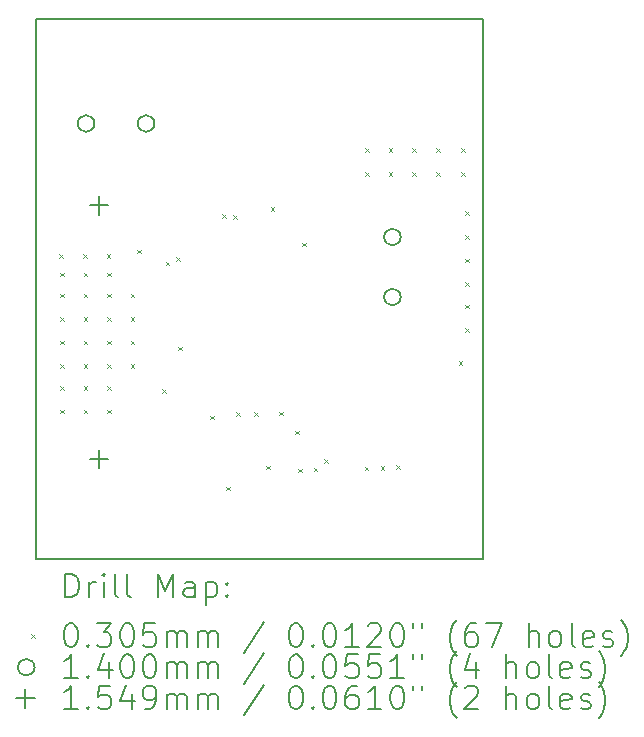
<source format=gbr>
%TF.GenerationSoftware,KiCad,Pcbnew,7.0.10*%
%TF.CreationDate,2024-11-08T09:51:40-05:00*%
%TF.ProjectId,Novel Mechanism 2 Board,4e6f7665-6c20-44d6-9563-68616e69736d,rev?*%
%TF.SameCoordinates,Original*%
%TF.FileFunction,Drillmap*%
%TF.FilePolarity,Positive*%
%FSLAX45Y45*%
G04 Gerber Fmt 4.5, Leading zero omitted, Abs format (unit mm)*
G04 Created by KiCad (PCBNEW 7.0.10) date 2024-11-08 09:51:40*
%MOMM*%
%LPD*%
G01*
G04 APERTURE LIST*
%ADD10C,0.200000*%
%ADD11C,0.100000*%
%ADD12C,0.140000*%
%ADD13C,0.154940*%
G04 APERTURE END LIST*
D10*
X11895000Y-4490000D02*
X15685000Y-4490000D01*
X15685000Y-9065000D01*
X11895000Y-9065000D01*
X11895000Y-4490000D01*
D11*
X12094760Y-6479760D02*
X12125240Y-6510240D01*
X12125240Y-6479760D02*
X12094760Y-6510240D01*
X12099760Y-6639760D02*
X12130240Y-6670240D01*
X12130240Y-6639760D02*
X12099760Y-6670240D01*
X12099760Y-6814760D02*
X12130240Y-6845240D01*
X12130240Y-6814760D02*
X12099760Y-6845240D01*
X12099760Y-7014760D02*
X12130240Y-7045240D01*
X12130240Y-7014760D02*
X12099760Y-7045240D01*
X12099760Y-7214760D02*
X12130240Y-7245240D01*
X12130240Y-7214760D02*
X12099760Y-7245240D01*
X12099760Y-7414760D02*
X12130240Y-7445240D01*
X12130240Y-7414760D02*
X12099760Y-7445240D01*
X12099760Y-7599760D02*
X12130240Y-7630240D01*
X12130240Y-7599760D02*
X12099760Y-7630240D01*
X12099760Y-7799760D02*
X12130240Y-7830240D01*
X12130240Y-7799760D02*
X12099760Y-7830240D01*
X12294760Y-6479760D02*
X12325240Y-6510240D01*
X12325240Y-6479760D02*
X12294760Y-6510240D01*
X12299760Y-6639760D02*
X12330240Y-6670240D01*
X12330240Y-6639760D02*
X12299760Y-6670240D01*
X12299760Y-6814760D02*
X12330240Y-6845240D01*
X12330240Y-6814760D02*
X12299760Y-6845240D01*
X12299760Y-7014760D02*
X12330240Y-7045240D01*
X12330240Y-7014760D02*
X12299760Y-7045240D01*
X12299760Y-7214760D02*
X12330240Y-7245240D01*
X12330240Y-7214760D02*
X12299760Y-7245240D01*
X12299760Y-7414760D02*
X12330240Y-7445240D01*
X12330240Y-7414760D02*
X12299760Y-7445240D01*
X12299760Y-7599760D02*
X12330240Y-7630240D01*
X12330240Y-7599760D02*
X12299760Y-7630240D01*
X12299760Y-7799760D02*
X12330240Y-7830240D01*
X12330240Y-7799760D02*
X12299760Y-7830240D01*
X12494760Y-6479760D02*
X12525240Y-6510240D01*
X12525240Y-6479760D02*
X12494760Y-6510240D01*
X12499760Y-6639760D02*
X12530240Y-6670240D01*
X12530240Y-6639760D02*
X12499760Y-6670240D01*
X12499760Y-6814760D02*
X12530240Y-6845240D01*
X12530240Y-6814760D02*
X12499760Y-6845240D01*
X12499760Y-7014760D02*
X12530240Y-7045240D01*
X12530240Y-7014760D02*
X12499760Y-7045240D01*
X12499760Y-7214760D02*
X12530240Y-7245240D01*
X12530240Y-7214760D02*
X12499760Y-7245240D01*
X12499760Y-7414760D02*
X12530240Y-7445240D01*
X12530240Y-7414760D02*
X12499760Y-7445240D01*
X12499760Y-7599760D02*
X12530240Y-7630240D01*
X12530240Y-7599760D02*
X12499760Y-7630240D01*
X12499760Y-7799760D02*
X12530240Y-7830240D01*
X12530240Y-7799760D02*
X12499760Y-7830240D01*
X12699760Y-6814760D02*
X12730240Y-6845240D01*
X12730240Y-6814760D02*
X12699760Y-6845240D01*
X12699760Y-7014760D02*
X12730240Y-7045240D01*
X12730240Y-7014760D02*
X12699760Y-7045240D01*
X12699760Y-7214760D02*
X12730240Y-7245240D01*
X12730240Y-7214760D02*
X12699760Y-7245240D01*
X12699760Y-7414760D02*
X12730240Y-7445240D01*
X12730240Y-7414760D02*
X12699760Y-7445240D01*
X12754760Y-6444760D02*
X12785240Y-6475240D01*
X12785240Y-6444760D02*
X12754760Y-6475240D01*
X12964760Y-7624760D02*
X12995240Y-7655240D01*
X12995240Y-7624760D02*
X12964760Y-7655240D01*
X12994760Y-6544760D02*
X13025240Y-6575240D01*
X13025240Y-6544760D02*
X12994760Y-6575240D01*
X13084760Y-6504760D02*
X13115240Y-6535240D01*
X13115240Y-6504760D02*
X13084760Y-6535240D01*
X13099760Y-7264760D02*
X13130240Y-7295240D01*
X13130240Y-7264760D02*
X13099760Y-7295240D01*
X13369760Y-7849760D02*
X13400240Y-7880240D01*
X13400240Y-7849760D02*
X13369760Y-7880240D01*
X13474760Y-6144760D02*
X13505240Y-6175240D01*
X13505240Y-6144760D02*
X13474760Y-6175240D01*
X13507010Y-8449760D02*
X13537490Y-8480240D01*
X13537490Y-8449760D02*
X13507010Y-8480240D01*
X13564760Y-6149760D02*
X13595240Y-6180240D01*
X13595240Y-6149760D02*
X13564760Y-6180240D01*
X13593731Y-7820789D02*
X13624211Y-7851269D01*
X13624211Y-7820789D02*
X13593731Y-7851269D01*
X13744760Y-7819760D02*
X13775240Y-7850240D01*
X13775240Y-7819760D02*
X13744760Y-7850240D01*
X13844760Y-8273345D02*
X13875240Y-8303825D01*
X13875240Y-8273345D02*
X13844760Y-8303825D01*
X13884760Y-6084760D02*
X13915240Y-6115240D01*
X13915240Y-6084760D02*
X13884760Y-6115240D01*
X13954760Y-7813880D02*
X13985240Y-7844360D01*
X13985240Y-7813880D02*
X13954760Y-7844360D01*
X14093880Y-7974760D02*
X14124360Y-8005240D01*
X14124360Y-7974760D02*
X14093880Y-8005240D01*
X14116231Y-8296231D02*
X14146711Y-8326711D01*
X14146711Y-8296231D02*
X14116231Y-8326711D01*
X14149760Y-6384760D02*
X14180240Y-6415240D01*
X14180240Y-6384760D02*
X14149760Y-6415240D01*
X14249760Y-8289760D02*
X14280240Y-8320240D01*
X14280240Y-8289760D02*
X14249760Y-8320240D01*
X14339760Y-8214760D02*
X14370240Y-8245240D01*
X14370240Y-8214760D02*
X14339760Y-8245240D01*
X14679760Y-8279760D02*
X14710240Y-8310240D01*
X14710240Y-8279760D02*
X14679760Y-8310240D01*
X14684760Y-5584760D02*
X14715240Y-5615240D01*
X14715240Y-5584760D02*
X14684760Y-5615240D01*
X14684760Y-5784760D02*
X14715240Y-5815240D01*
X14715240Y-5784760D02*
X14684760Y-5815240D01*
X14814760Y-8274760D02*
X14845240Y-8305240D01*
X14845240Y-8274760D02*
X14814760Y-8305240D01*
X14884760Y-5584760D02*
X14915240Y-5615240D01*
X14915240Y-5584760D02*
X14884760Y-5615240D01*
X14884760Y-5784760D02*
X14915240Y-5815240D01*
X14915240Y-5784760D02*
X14884760Y-5815240D01*
X14944760Y-8269760D02*
X14975240Y-8300240D01*
X14975240Y-8269760D02*
X14944760Y-8300240D01*
X15084760Y-5584760D02*
X15115240Y-5615240D01*
X15115240Y-5584760D02*
X15084760Y-5615240D01*
X15084760Y-5784760D02*
X15115240Y-5815240D01*
X15115240Y-5784760D02*
X15084760Y-5815240D01*
X15284760Y-5584760D02*
X15315240Y-5615240D01*
X15315240Y-5584760D02*
X15284760Y-5615240D01*
X15284760Y-5784760D02*
X15315240Y-5815240D01*
X15315240Y-5784760D02*
X15284760Y-5815240D01*
X15474760Y-7389760D02*
X15505240Y-7420240D01*
X15505240Y-7389760D02*
X15474760Y-7420240D01*
X15494760Y-5584760D02*
X15525240Y-5615240D01*
X15525240Y-5584760D02*
X15494760Y-5615240D01*
X15494760Y-5784760D02*
X15525240Y-5815240D01*
X15525240Y-5784760D02*
X15494760Y-5815240D01*
X15529760Y-6119760D02*
X15560240Y-6150240D01*
X15560240Y-6119760D02*
X15529760Y-6150240D01*
X15529760Y-6319760D02*
X15560240Y-6350240D01*
X15560240Y-6319760D02*
X15529760Y-6350240D01*
X15529760Y-6519760D02*
X15560240Y-6550240D01*
X15560240Y-6519760D02*
X15529760Y-6550240D01*
X15529760Y-6719760D02*
X15560240Y-6750240D01*
X15560240Y-6719760D02*
X15529760Y-6750240D01*
X15529760Y-6909760D02*
X15560240Y-6940240D01*
X15560240Y-6909760D02*
X15529760Y-6940240D01*
X15529760Y-7109760D02*
X15560240Y-7140240D01*
X15560240Y-7109760D02*
X15529760Y-7140240D01*
D12*
X12391250Y-5375250D02*
G75*
G03*
X12251250Y-5375250I-70000J0D01*
G01*
X12251250Y-5375250D02*
G75*
G03*
X12391250Y-5375250I70000J0D01*
G01*
X12899250Y-5375250D02*
G75*
G03*
X12759250Y-5375250I-70000J0D01*
G01*
X12759250Y-5375250D02*
G75*
G03*
X12899250Y-5375250I70000J0D01*
G01*
X14984750Y-6336000D02*
G75*
G03*
X14844750Y-6336000I-70000J0D01*
G01*
X14844750Y-6336000D02*
G75*
G03*
X14984750Y-6336000I70000J0D01*
G01*
X14984750Y-6844000D02*
G75*
G03*
X14844750Y-6844000I-70000J0D01*
G01*
X14844750Y-6844000D02*
G75*
G03*
X14984750Y-6844000I70000J0D01*
G01*
D13*
X12430000Y-5990745D02*
X12430000Y-6145685D01*
X12352530Y-6068215D02*
X12507470Y-6068215D01*
X12430000Y-8139585D02*
X12430000Y-8294525D01*
X12352530Y-8217055D02*
X12507470Y-8217055D01*
D10*
X12145777Y-9386484D02*
X12145777Y-9186484D01*
X12145777Y-9186484D02*
X12193396Y-9186484D01*
X12193396Y-9186484D02*
X12221967Y-9196008D01*
X12221967Y-9196008D02*
X12241015Y-9215055D01*
X12241015Y-9215055D02*
X12250539Y-9234103D01*
X12250539Y-9234103D02*
X12260062Y-9272198D01*
X12260062Y-9272198D02*
X12260062Y-9300770D01*
X12260062Y-9300770D02*
X12250539Y-9338865D01*
X12250539Y-9338865D02*
X12241015Y-9357912D01*
X12241015Y-9357912D02*
X12221967Y-9376960D01*
X12221967Y-9376960D02*
X12193396Y-9386484D01*
X12193396Y-9386484D02*
X12145777Y-9386484D01*
X12345777Y-9386484D02*
X12345777Y-9253150D01*
X12345777Y-9291246D02*
X12355301Y-9272198D01*
X12355301Y-9272198D02*
X12364824Y-9262674D01*
X12364824Y-9262674D02*
X12383872Y-9253150D01*
X12383872Y-9253150D02*
X12402920Y-9253150D01*
X12469586Y-9386484D02*
X12469586Y-9253150D01*
X12469586Y-9186484D02*
X12460062Y-9196008D01*
X12460062Y-9196008D02*
X12469586Y-9205531D01*
X12469586Y-9205531D02*
X12479110Y-9196008D01*
X12479110Y-9196008D02*
X12469586Y-9186484D01*
X12469586Y-9186484D02*
X12469586Y-9205531D01*
X12593396Y-9386484D02*
X12574348Y-9376960D01*
X12574348Y-9376960D02*
X12564824Y-9357912D01*
X12564824Y-9357912D02*
X12564824Y-9186484D01*
X12698158Y-9386484D02*
X12679110Y-9376960D01*
X12679110Y-9376960D02*
X12669586Y-9357912D01*
X12669586Y-9357912D02*
X12669586Y-9186484D01*
X12926729Y-9386484D02*
X12926729Y-9186484D01*
X12926729Y-9186484D02*
X12993396Y-9329341D01*
X12993396Y-9329341D02*
X13060062Y-9186484D01*
X13060062Y-9186484D02*
X13060062Y-9386484D01*
X13241015Y-9386484D02*
X13241015Y-9281722D01*
X13241015Y-9281722D02*
X13231491Y-9262674D01*
X13231491Y-9262674D02*
X13212443Y-9253150D01*
X13212443Y-9253150D02*
X13174348Y-9253150D01*
X13174348Y-9253150D02*
X13155301Y-9262674D01*
X13241015Y-9376960D02*
X13221967Y-9386484D01*
X13221967Y-9386484D02*
X13174348Y-9386484D01*
X13174348Y-9386484D02*
X13155301Y-9376960D01*
X13155301Y-9376960D02*
X13145777Y-9357912D01*
X13145777Y-9357912D02*
X13145777Y-9338865D01*
X13145777Y-9338865D02*
X13155301Y-9319817D01*
X13155301Y-9319817D02*
X13174348Y-9310293D01*
X13174348Y-9310293D02*
X13221967Y-9310293D01*
X13221967Y-9310293D02*
X13241015Y-9300770D01*
X13336253Y-9253150D02*
X13336253Y-9453150D01*
X13336253Y-9262674D02*
X13355301Y-9253150D01*
X13355301Y-9253150D02*
X13393396Y-9253150D01*
X13393396Y-9253150D02*
X13412443Y-9262674D01*
X13412443Y-9262674D02*
X13421967Y-9272198D01*
X13421967Y-9272198D02*
X13431491Y-9291246D01*
X13431491Y-9291246D02*
X13431491Y-9348389D01*
X13431491Y-9348389D02*
X13421967Y-9367436D01*
X13421967Y-9367436D02*
X13412443Y-9376960D01*
X13412443Y-9376960D02*
X13393396Y-9386484D01*
X13393396Y-9386484D02*
X13355301Y-9386484D01*
X13355301Y-9386484D02*
X13336253Y-9376960D01*
X13517205Y-9367436D02*
X13526729Y-9376960D01*
X13526729Y-9376960D02*
X13517205Y-9386484D01*
X13517205Y-9386484D02*
X13507682Y-9376960D01*
X13507682Y-9376960D02*
X13517205Y-9367436D01*
X13517205Y-9367436D02*
X13517205Y-9386484D01*
X13517205Y-9262674D02*
X13526729Y-9272198D01*
X13526729Y-9272198D02*
X13517205Y-9281722D01*
X13517205Y-9281722D02*
X13507682Y-9272198D01*
X13507682Y-9272198D02*
X13517205Y-9262674D01*
X13517205Y-9262674D02*
X13517205Y-9281722D01*
D11*
X11854520Y-9699760D02*
X11885000Y-9730240D01*
X11885000Y-9699760D02*
X11854520Y-9730240D01*
D10*
X12183872Y-9606484D02*
X12202920Y-9606484D01*
X12202920Y-9606484D02*
X12221967Y-9616008D01*
X12221967Y-9616008D02*
X12231491Y-9625531D01*
X12231491Y-9625531D02*
X12241015Y-9644579D01*
X12241015Y-9644579D02*
X12250539Y-9682674D01*
X12250539Y-9682674D02*
X12250539Y-9730293D01*
X12250539Y-9730293D02*
X12241015Y-9768389D01*
X12241015Y-9768389D02*
X12231491Y-9787436D01*
X12231491Y-9787436D02*
X12221967Y-9796960D01*
X12221967Y-9796960D02*
X12202920Y-9806484D01*
X12202920Y-9806484D02*
X12183872Y-9806484D01*
X12183872Y-9806484D02*
X12164824Y-9796960D01*
X12164824Y-9796960D02*
X12155301Y-9787436D01*
X12155301Y-9787436D02*
X12145777Y-9768389D01*
X12145777Y-9768389D02*
X12136253Y-9730293D01*
X12136253Y-9730293D02*
X12136253Y-9682674D01*
X12136253Y-9682674D02*
X12145777Y-9644579D01*
X12145777Y-9644579D02*
X12155301Y-9625531D01*
X12155301Y-9625531D02*
X12164824Y-9616008D01*
X12164824Y-9616008D02*
X12183872Y-9606484D01*
X12336253Y-9787436D02*
X12345777Y-9796960D01*
X12345777Y-9796960D02*
X12336253Y-9806484D01*
X12336253Y-9806484D02*
X12326729Y-9796960D01*
X12326729Y-9796960D02*
X12336253Y-9787436D01*
X12336253Y-9787436D02*
X12336253Y-9806484D01*
X12412443Y-9606484D02*
X12536253Y-9606484D01*
X12536253Y-9606484D02*
X12469586Y-9682674D01*
X12469586Y-9682674D02*
X12498158Y-9682674D01*
X12498158Y-9682674D02*
X12517205Y-9692198D01*
X12517205Y-9692198D02*
X12526729Y-9701722D01*
X12526729Y-9701722D02*
X12536253Y-9720770D01*
X12536253Y-9720770D02*
X12536253Y-9768389D01*
X12536253Y-9768389D02*
X12526729Y-9787436D01*
X12526729Y-9787436D02*
X12517205Y-9796960D01*
X12517205Y-9796960D02*
X12498158Y-9806484D01*
X12498158Y-9806484D02*
X12441015Y-9806484D01*
X12441015Y-9806484D02*
X12421967Y-9796960D01*
X12421967Y-9796960D02*
X12412443Y-9787436D01*
X12660062Y-9606484D02*
X12679110Y-9606484D01*
X12679110Y-9606484D02*
X12698158Y-9616008D01*
X12698158Y-9616008D02*
X12707682Y-9625531D01*
X12707682Y-9625531D02*
X12717205Y-9644579D01*
X12717205Y-9644579D02*
X12726729Y-9682674D01*
X12726729Y-9682674D02*
X12726729Y-9730293D01*
X12726729Y-9730293D02*
X12717205Y-9768389D01*
X12717205Y-9768389D02*
X12707682Y-9787436D01*
X12707682Y-9787436D02*
X12698158Y-9796960D01*
X12698158Y-9796960D02*
X12679110Y-9806484D01*
X12679110Y-9806484D02*
X12660062Y-9806484D01*
X12660062Y-9806484D02*
X12641015Y-9796960D01*
X12641015Y-9796960D02*
X12631491Y-9787436D01*
X12631491Y-9787436D02*
X12621967Y-9768389D01*
X12621967Y-9768389D02*
X12612443Y-9730293D01*
X12612443Y-9730293D02*
X12612443Y-9682674D01*
X12612443Y-9682674D02*
X12621967Y-9644579D01*
X12621967Y-9644579D02*
X12631491Y-9625531D01*
X12631491Y-9625531D02*
X12641015Y-9616008D01*
X12641015Y-9616008D02*
X12660062Y-9606484D01*
X12907682Y-9606484D02*
X12812443Y-9606484D01*
X12812443Y-9606484D02*
X12802920Y-9701722D01*
X12802920Y-9701722D02*
X12812443Y-9692198D01*
X12812443Y-9692198D02*
X12831491Y-9682674D01*
X12831491Y-9682674D02*
X12879110Y-9682674D01*
X12879110Y-9682674D02*
X12898158Y-9692198D01*
X12898158Y-9692198D02*
X12907682Y-9701722D01*
X12907682Y-9701722D02*
X12917205Y-9720770D01*
X12917205Y-9720770D02*
X12917205Y-9768389D01*
X12917205Y-9768389D02*
X12907682Y-9787436D01*
X12907682Y-9787436D02*
X12898158Y-9796960D01*
X12898158Y-9796960D02*
X12879110Y-9806484D01*
X12879110Y-9806484D02*
X12831491Y-9806484D01*
X12831491Y-9806484D02*
X12812443Y-9796960D01*
X12812443Y-9796960D02*
X12802920Y-9787436D01*
X13002920Y-9806484D02*
X13002920Y-9673150D01*
X13002920Y-9692198D02*
X13012443Y-9682674D01*
X13012443Y-9682674D02*
X13031491Y-9673150D01*
X13031491Y-9673150D02*
X13060063Y-9673150D01*
X13060063Y-9673150D02*
X13079110Y-9682674D01*
X13079110Y-9682674D02*
X13088634Y-9701722D01*
X13088634Y-9701722D02*
X13088634Y-9806484D01*
X13088634Y-9701722D02*
X13098158Y-9682674D01*
X13098158Y-9682674D02*
X13117205Y-9673150D01*
X13117205Y-9673150D02*
X13145777Y-9673150D01*
X13145777Y-9673150D02*
X13164824Y-9682674D01*
X13164824Y-9682674D02*
X13174348Y-9701722D01*
X13174348Y-9701722D02*
X13174348Y-9806484D01*
X13269586Y-9806484D02*
X13269586Y-9673150D01*
X13269586Y-9692198D02*
X13279110Y-9682674D01*
X13279110Y-9682674D02*
X13298158Y-9673150D01*
X13298158Y-9673150D02*
X13326729Y-9673150D01*
X13326729Y-9673150D02*
X13345777Y-9682674D01*
X13345777Y-9682674D02*
X13355301Y-9701722D01*
X13355301Y-9701722D02*
X13355301Y-9806484D01*
X13355301Y-9701722D02*
X13364824Y-9682674D01*
X13364824Y-9682674D02*
X13383872Y-9673150D01*
X13383872Y-9673150D02*
X13412443Y-9673150D01*
X13412443Y-9673150D02*
X13431491Y-9682674D01*
X13431491Y-9682674D02*
X13441015Y-9701722D01*
X13441015Y-9701722D02*
X13441015Y-9806484D01*
X13831491Y-9596960D02*
X13660063Y-9854103D01*
X14088634Y-9606484D02*
X14107682Y-9606484D01*
X14107682Y-9606484D02*
X14126729Y-9616008D01*
X14126729Y-9616008D02*
X14136253Y-9625531D01*
X14136253Y-9625531D02*
X14145777Y-9644579D01*
X14145777Y-9644579D02*
X14155301Y-9682674D01*
X14155301Y-9682674D02*
X14155301Y-9730293D01*
X14155301Y-9730293D02*
X14145777Y-9768389D01*
X14145777Y-9768389D02*
X14136253Y-9787436D01*
X14136253Y-9787436D02*
X14126729Y-9796960D01*
X14126729Y-9796960D02*
X14107682Y-9806484D01*
X14107682Y-9806484D02*
X14088634Y-9806484D01*
X14088634Y-9806484D02*
X14069586Y-9796960D01*
X14069586Y-9796960D02*
X14060063Y-9787436D01*
X14060063Y-9787436D02*
X14050539Y-9768389D01*
X14050539Y-9768389D02*
X14041015Y-9730293D01*
X14041015Y-9730293D02*
X14041015Y-9682674D01*
X14041015Y-9682674D02*
X14050539Y-9644579D01*
X14050539Y-9644579D02*
X14060063Y-9625531D01*
X14060063Y-9625531D02*
X14069586Y-9616008D01*
X14069586Y-9616008D02*
X14088634Y-9606484D01*
X14241015Y-9787436D02*
X14250539Y-9796960D01*
X14250539Y-9796960D02*
X14241015Y-9806484D01*
X14241015Y-9806484D02*
X14231491Y-9796960D01*
X14231491Y-9796960D02*
X14241015Y-9787436D01*
X14241015Y-9787436D02*
X14241015Y-9806484D01*
X14374348Y-9606484D02*
X14393396Y-9606484D01*
X14393396Y-9606484D02*
X14412444Y-9616008D01*
X14412444Y-9616008D02*
X14421967Y-9625531D01*
X14421967Y-9625531D02*
X14431491Y-9644579D01*
X14431491Y-9644579D02*
X14441015Y-9682674D01*
X14441015Y-9682674D02*
X14441015Y-9730293D01*
X14441015Y-9730293D02*
X14431491Y-9768389D01*
X14431491Y-9768389D02*
X14421967Y-9787436D01*
X14421967Y-9787436D02*
X14412444Y-9796960D01*
X14412444Y-9796960D02*
X14393396Y-9806484D01*
X14393396Y-9806484D02*
X14374348Y-9806484D01*
X14374348Y-9806484D02*
X14355301Y-9796960D01*
X14355301Y-9796960D02*
X14345777Y-9787436D01*
X14345777Y-9787436D02*
X14336253Y-9768389D01*
X14336253Y-9768389D02*
X14326729Y-9730293D01*
X14326729Y-9730293D02*
X14326729Y-9682674D01*
X14326729Y-9682674D02*
X14336253Y-9644579D01*
X14336253Y-9644579D02*
X14345777Y-9625531D01*
X14345777Y-9625531D02*
X14355301Y-9616008D01*
X14355301Y-9616008D02*
X14374348Y-9606484D01*
X14631491Y-9806484D02*
X14517206Y-9806484D01*
X14574348Y-9806484D02*
X14574348Y-9606484D01*
X14574348Y-9606484D02*
X14555301Y-9635055D01*
X14555301Y-9635055D02*
X14536253Y-9654103D01*
X14536253Y-9654103D02*
X14517206Y-9663627D01*
X14707682Y-9625531D02*
X14717206Y-9616008D01*
X14717206Y-9616008D02*
X14736253Y-9606484D01*
X14736253Y-9606484D02*
X14783872Y-9606484D01*
X14783872Y-9606484D02*
X14802920Y-9616008D01*
X14802920Y-9616008D02*
X14812444Y-9625531D01*
X14812444Y-9625531D02*
X14821967Y-9644579D01*
X14821967Y-9644579D02*
X14821967Y-9663627D01*
X14821967Y-9663627D02*
X14812444Y-9692198D01*
X14812444Y-9692198D02*
X14698158Y-9806484D01*
X14698158Y-9806484D02*
X14821967Y-9806484D01*
X14945777Y-9606484D02*
X14964825Y-9606484D01*
X14964825Y-9606484D02*
X14983872Y-9616008D01*
X14983872Y-9616008D02*
X14993396Y-9625531D01*
X14993396Y-9625531D02*
X15002920Y-9644579D01*
X15002920Y-9644579D02*
X15012444Y-9682674D01*
X15012444Y-9682674D02*
X15012444Y-9730293D01*
X15012444Y-9730293D02*
X15002920Y-9768389D01*
X15002920Y-9768389D02*
X14993396Y-9787436D01*
X14993396Y-9787436D02*
X14983872Y-9796960D01*
X14983872Y-9796960D02*
X14964825Y-9806484D01*
X14964825Y-9806484D02*
X14945777Y-9806484D01*
X14945777Y-9806484D02*
X14926729Y-9796960D01*
X14926729Y-9796960D02*
X14917206Y-9787436D01*
X14917206Y-9787436D02*
X14907682Y-9768389D01*
X14907682Y-9768389D02*
X14898158Y-9730293D01*
X14898158Y-9730293D02*
X14898158Y-9682674D01*
X14898158Y-9682674D02*
X14907682Y-9644579D01*
X14907682Y-9644579D02*
X14917206Y-9625531D01*
X14917206Y-9625531D02*
X14926729Y-9616008D01*
X14926729Y-9616008D02*
X14945777Y-9606484D01*
X15088634Y-9606484D02*
X15088634Y-9644579D01*
X15164825Y-9606484D02*
X15164825Y-9644579D01*
X15460063Y-9882674D02*
X15450539Y-9873150D01*
X15450539Y-9873150D02*
X15431491Y-9844579D01*
X15431491Y-9844579D02*
X15421968Y-9825531D01*
X15421968Y-9825531D02*
X15412444Y-9796960D01*
X15412444Y-9796960D02*
X15402920Y-9749341D01*
X15402920Y-9749341D02*
X15402920Y-9711246D01*
X15402920Y-9711246D02*
X15412444Y-9663627D01*
X15412444Y-9663627D02*
X15421968Y-9635055D01*
X15421968Y-9635055D02*
X15431491Y-9616008D01*
X15431491Y-9616008D02*
X15450539Y-9587436D01*
X15450539Y-9587436D02*
X15460063Y-9577912D01*
X15621968Y-9606484D02*
X15583872Y-9606484D01*
X15583872Y-9606484D02*
X15564825Y-9616008D01*
X15564825Y-9616008D02*
X15555301Y-9625531D01*
X15555301Y-9625531D02*
X15536253Y-9654103D01*
X15536253Y-9654103D02*
X15526729Y-9692198D01*
X15526729Y-9692198D02*
X15526729Y-9768389D01*
X15526729Y-9768389D02*
X15536253Y-9787436D01*
X15536253Y-9787436D02*
X15545777Y-9796960D01*
X15545777Y-9796960D02*
X15564825Y-9806484D01*
X15564825Y-9806484D02*
X15602920Y-9806484D01*
X15602920Y-9806484D02*
X15621968Y-9796960D01*
X15621968Y-9796960D02*
X15631491Y-9787436D01*
X15631491Y-9787436D02*
X15641015Y-9768389D01*
X15641015Y-9768389D02*
X15641015Y-9720770D01*
X15641015Y-9720770D02*
X15631491Y-9701722D01*
X15631491Y-9701722D02*
X15621968Y-9692198D01*
X15621968Y-9692198D02*
X15602920Y-9682674D01*
X15602920Y-9682674D02*
X15564825Y-9682674D01*
X15564825Y-9682674D02*
X15545777Y-9692198D01*
X15545777Y-9692198D02*
X15536253Y-9701722D01*
X15536253Y-9701722D02*
X15526729Y-9720770D01*
X15707682Y-9606484D02*
X15841015Y-9606484D01*
X15841015Y-9606484D02*
X15755301Y-9806484D01*
X16069587Y-9806484D02*
X16069587Y-9606484D01*
X16155301Y-9806484D02*
X16155301Y-9701722D01*
X16155301Y-9701722D02*
X16145777Y-9682674D01*
X16145777Y-9682674D02*
X16126730Y-9673150D01*
X16126730Y-9673150D02*
X16098158Y-9673150D01*
X16098158Y-9673150D02*
X16079110Y-9682674D01*
X16079110Y-9682674D02*
X16069587Y-9692198D01*
X16279110Y-9806484D02*
X16260063Y-9796960D01*
X16260063Y-9796960D02*
X16250539Y-9787436D01*
X16250539Y-9787436D02*
X16241015Y-9768389D01*
X16241015Y-9768389D02*
X16241015Y-9711246D01*
X16241015Y-9711246D02*
X16250539Y-9692198D01*
X16250539Y-9692198D02*
X16260063Y-9682674D01*
X16260063Y-9682674D02*
X16279110Y-9673150D01*
X16279110Y-9673150D02*
X16307682Y-9673150D01*
X16307682Y-9673150D02*
X16326730Y-9682674D01*
X16326730Y-9682674D02*
X16336253Y-9692198D01*
X16336253Y-9692198D02*
X16345777Y-9711246D01*
X16345777Y-9711246D02*
X16345777Y-9768389D01*
X16345777Y-9768389D02*
X16336253Y-9787436D01*
X16336253Y-9787436D02*
X16326730Y-9796960D01*
X16326730Y-9796960D02*
X16307682Y-9806484D01*
X16307682Y-9806484D02*
X16279110Y-9806484D01*
X16460063Y-9806484D02*
X16441015Y-9796960D01*
X16441015Y-9796960D02*
X16431491Y-9777912D01*
X16431491Y-9777912D02*
X16431491Y-9606484D01*
X16612444Y-9796960D02*
X16593396Y-9806484D01*
X16593396Y-9806484D02*
X16555301Y-9806484D01*
X16555301Y-9806484D02*
X16536253Y-9796960D01*
X16536253Y-9796960D02*
X16526730Y-9777912D01*
X16526730Y-9777912D02*
X16526730Y-9701722D01*
X16526730Y-9701722D02*
X16536253Y-9682674D01*
X16536253Y-9682674D02*
X16555301Y-9673150D01*
X16555301Y-9673150D02*
X16593396Y-9673150D01*
X16593396Y-9673150D02*
X16612444Y-9682674D01*
X16612444Y-9682674D02*
X16621968Y-9701722D01*
X16621968Y-9701722D02*
X16621968Y-9720770D01*
X16621968Y-9720770D02*
X16526730Y-9739817D01*
X16698158Y-9796960D02*
X16717206Y-9806484D01*
X16717206Y-9806484D02*
X16755301Y-9806484D01*
X16755301Y-9806484D02*
X16774349Y-9796960D01*
X16774349Y-9796960D02*
X16783873Y-9777912D01*
X16783873Y-9777912D02*
X16783873Y-9768389D01*
X16783873Y-9768389D02*
X16774349Y-9749341D01*
X16774349Y-9749341D02*
X16755301Y-9739817D01*
X16755301Y-9739817D02*
X16726730Y-9739817D01*
X16726730Y-9739817D02*
X16707682Y-9730293D01*
X16707682Y-9730293D02*
X16698158Y-9711246D01*
X16698158Y-9711246D02*
X16698158Y-9701722D01*
X16698158Y-9701722D02*
X16707682Y-9682674D01*
X16707682Y-9682674D02*
X16726730Y-9673150D01*
X16726730Y-9673150D02*
X16755301Y-9673150D01*
X16755301Y-9673150D02*
X16774349Y-9682674D01*
X16850539Y-9882674D02*
X16860063Y-9873150D01*
X16860063Y-9873150D02*
X16879111Y-9844579D01*
X16879111Y-9844579D02*
X16888634Y-9825531D01*
X16888634Y-9825531D02*
X16898158Y-9796960D01*
X16898158Y-9796960D02*
X16907682Y-9749341D01*
X16907682Y-9749341D02*
X16907682Y-9711246D01*
X16907682Y-9711246D02*
X16898158Y-9663627D01*
X16898158Y-9663627D02*
X16888634Y-9635055D01*
X16888634Y-9635055D02*
X16879111Y-9616008D01*
X16879111Y-9616008D02*
X16860063Y-9587436D01*
X16860063Y-9587436D02*
X16850539Y-9577912D01*
D12*
X11885000Y-9979000D02*
G75*
G03*
X11745000Y-9979000I-70000J0D01*
G01*
X11745000Y-9979000D02*
G75*
G03*
X11885000Y-9979000I70000J0D01*
G01*
D10*
X12250539Y-10070484D02*
X12136253Y-10070484D01*
X12193396Y-10070484D02*
X12193396Y-9870484D01*
X12193396Y-9870484D02*
X12174348Y-9899055D01*
X12174348Y-9899055D02*
X12155301Y-9918103D01*
X12155301Y-9918103D02*
X12136253Y-9927627D01*
X12336253Y-10051436D02*
X12345777Y-10060960D01*
X12345777Y-10060960D02*
X12336253Y-10070484D01*
X12336253Y-10070484D02*
X12326729Y-10060960D01*
X12326729Y-10060960D02*
X12336253Y-10051436D01*
X12336253Y-10051436D02*
X12336253Y-10070484D01*
X12517205Y-9937150D02*
X12517205Y-10070484D01*
X12469586Y-9860960D02*
X12421967Y-10003817D01*
X12421967Y-10003817D02*
X12545777Y-10003817D01*
X12660062Y-9870484D02*
X12679110Y-9870484D01*
X12679110Y-9870484D02*
X12698158Y-9880008D01*
X12698158Y-9880008D02*
X12707682Y-9889531D01*
X12707682Y-9889531D02*
X12717205Y-9908579D01*
X12717205Y-9908579D02*
X12726729Y-9946674D01*
X12726729Y-9946674D02*
X12726729Y-9994293D01*
X12726729Y-9994293D02*
X12717205Y-10032389D01*
X12717205Y-10032389D02*
X12707682Y-10051436D01*
X12707682Y-10051436D02*
X12698158Y-10060960D01*
X12698158Y-10060960D02*
X12679110Y-10070484D01*
X12679110Y-10070484D02*
X12660062Y-10070484D01*
X12660062Y-10070484D02*
X12641015Y-10060960D01*
X12641015Y-10060960D02*
X12631491Y-10051436D01*
X12631491Y-10051436D02*
X12621967Y-10032389D01*
X12621967Y-10032389D02*
X12612443Y-9994293D01*
X12612443Y-9994293D02*
X12612443Y-9946674D01*
X12612443Y-9946674D02*
X12621967Y-9908579D01*
X12621967Y-9908579D02*
X12631491Y-9889531D01*
X12631491Y-9889531D02*
X12641015Y-9880008D01*
X12641015Y-9880008D02*
X12660062Y-9870484D01*
X12850539Y-9870484D02*
X12869586Y-9870484D01*
X12869586Y-9870484D02*
X12888634Y-9880008D01*
X12888634Y-9880008D02*
X12898158Y-9889531D01*
X12898158Y-9889531D02*
X12907682Y-9908579D01*
X12907682Y-9908579D02*
X12917205Y-9946674D01*
X12917205Y-9946674D02*
X12917205Y-9994293D01*
X12917205Y-9994293D02*
X12907682Y-10032389D01*
X12907682Y-10032389D02*
X12898158Y-10051436D01*
X12898158Y-10051436D02*
X12888634Y-10060960D01*
X12888634Y-10060960D02*
X12869586Y-10070484D01*
X12869586Y-10070484D02*
X12850539Y-10070484D01*
X12850539Y-10070484D02*
X12831491Y-10060960D01*
X12831491Y-10060960D02*
X12821967Y-10051436D01*
X12821967Y-10051436D02*
X12812443Y-10032389D01*
X12812443Y-10032389D02*
X12802920Y-9994293D01*
X12802920Y-9994293D02*
X12802920Y-9946674D01*
X12802920Y-9946674D02*
X12812443Y-9908579D01*
X12812443Y-9908579D02*
X12821967Y-9889531D01*
X12821967Y-9889531D02*
X12831491Y-9880008D01*
X12831491Y-9880008D02*
X12850539Y-9870484D01*
X13002920Y-10070484D02*
X13002920Y-9937150D01*
X13002920Y-9956198D02*
X13012443Y-9946674D01*
X13012443Y-9946674D02*
X13031491Y-9937150D01*
X13031491Y-9937150D02*
X13060063Y-9937150D01*
X13060063Y-9937150D02*
X13079110Y-9946674D01*
X13079110Y-9946674D02*
X13088634Y-9965722D01*
X13088634Y-9965722D02*
X13088634Y-10070484D01*
X13088634Y-9965722D02*
X13098158Y-9946674D01*
X13098158Y-9946674D02*
X13117205Y-9937150D01*
X13117205Y-9937150D02*
X13145777Y-9937150D01*
X13145777Y-9937150D02*
X13164824Y-9946674D01*
X13164824Y-9946674D02*
X13174348Y-9965722D01*
X13174348Y-9965722D02*
X13174348Y-10070484D01*
X13269586Y-10070484D02*
X13269586Y-9937150D01*
X13269586Y-9956198D02*
X13279110Y-9946674D01*
X13279110Y-9946674D02*
X13298158Y-9937150D01*
X13298158Y-9937150D02*
X13326729Y-9937150D01*
X13326729Y-9937150D02*
X13345777Y-9946674D01*
X13345777Y-9946674D02*
X13355301Y-9965722D01*
X13355301Y-9965722D02*
X13355301Y-10070484D01*
X13355301Y-9965722D02*
X13364824Y-9946674D01*
X13364824Y-9946674D02*
X13383872Y-9937150D01*
X13383872Y-9937150D02*
X13412443Y-9937150D01*
X13412443Y-9937150D02*
X13431491Y-9946674D01*
X13431491Y-9946674D02*
X13441015Y-9965722D01*
X13441015Y-9965722D02*
X13441015Y-10070484D01*
X13831491Y-9860960D02*
X13660063Y-10118103D01*
X14088634Y-9870484D02*
X14107682Y-9870484D01*
X14107682Y-9870484D02*
X14126729Y-9880008D01*
X14126729Y-9880008D02*
X14136253Y-9889531D01*
X14136253Y-9889531D02*
X14145777Y-9908579D01*
X14145777Y-9908579D02*
X14155301Y-9946674D01*
X14155301Y-9946674D02*
X14155301Y-9994293D01*
X14155301Y-9994293D02*
X14145777Y-10032389D01*
X14145777Y-10032389D02*
X14136253Y-10051436D01*
X14136253Y-10051436D02*
X14126729Y-10060960D01*
X14126729Y-10060960D02*
X14107682Y-10070484D01*
X14107682Y-10070484D02*
X14088634Y-10070484D01*
X14088634Y-10070484D02*
X14069586Y-10060960D01*
X14069586Y-10060960D02*
X14060063Y-10051436D01*
X14060063Y-10051436D02*
X14050539Y-10032389D01*
X14050539Y-10032389D02*
X14041015Y-9994293D01*
X14041015Y-9994293D02*
X14041015Y-9946674D01*
X14041015Y-9946674D02*
X14050539Y-9908579D01*
X14050539Y-9908579D02*
X14060063Y-9889531D01*
X14060063Y-9889531D02*
X14069586Y-9880008D01*
X14069586Y-9880008D02*
X14088634Y-9870484D01*
X14241015Y-10051436D02*
X14250539Y-10060960D01*
X14250539Y-10060960D02*
X14241015Y-10070484D01*
X14241015Y-10070484D02*
X14231491Y-10060960D01*
X14231491Y-10060960D02*
X14241015Y-10051436D01*
X14241015Y-10051436D02*
X14241015Y-10070484D01*
X14374348Y-9870484D02*
X14393396Y-9870484D01*
X14393396Y-9870484D02*
X14412444Y-9880008D01*
X14412444Y-9880008D02*
X14421967Y-9889531D01*
X14421967Y-9889531D02*
X14431491Y-9908579D01*
X14431491Y-9908579D02*
X14441015Y-9946674D01*
X14441015Y-9946674D02*
X14441015Y-9994293D01*
X14441015Y-9994293D02*
X14431491Y-10032389D01*
X14431491Y-10032389D02*
X14421967Y-10051436D01*
X14421967Y-10051436D02*
X14412444Y-10060960D01*
X14412444Y-10060960D02*
X14393396Y-10070484D01*
X14393396Y-10070484D02*
X14374348Y-10070484D01*
X14374348Y-10070484D02*
X14355301Y-10060960D01*
X14355301Y-10060960D02*
X14345777Y-10051436D01*
X14345777Y-10051436D02*
X14336253Y-10032389D01*
X14336253Y-10032389D02*
X14326729Y-9994293D01*
X14326729Y-9994293D02*
X14326729Y-9946674D01*
X14326729Y-9946674D02*
X14336253Y-9908579D01*
X14336253Y-9908579D02*
X14345777Y-9889531D01*
X14345777Y-9889531D02*
X14355301Y-9880008D01*
X14355301Y-9880008D02*
X14374348Y-9870484D01*
X14621967Y-9870484D02*
X14526729Y-9870484D01*
X14526729Y-9870484D02*
X14517206Y-9965722D01*
X14517206Y-9965722D02*
X14526729Y-9956198D01*
X14526729Y-9956198D02*
X14545777Y-9946674D01*
X14545777Y-9946674D02*
X14593396Y-9946674D01*
X14593396Y-9946674D02*
X14612444Y-9956198D01*
X14612444Y-9956198D02*
X14621967Y-9965722D01*
X14621967Y-9965722D02*
X14631491Y-9984770D01*
X14631491Y-9984770D02*
X14631491Y-10032389D01*
X14631491Y-10032389D02*
X14621967Y-10051436D01*
X14621967Y-10051436D02*
X14612444Y-10060960D01*
X14612444Y-10060960D02*
X14593396Y-10070484D01*
X14593396Y-10070484D02*
X14545777Y-10070484D01*
X14545777Y-10070484D02*
X14526729Y-10060960D01*
X14526729Y-10060960D02*
X14517206Y-10051436D01*
X14812444Y-9870484D02*
X14717206Y-9870484D01*
X14717206Y-9870484D02*
X14707682Y-9965722D01*
X14707682Y-9965722D02*
X14717206Y-9956198D01*
X14717206Y-9956198D02*
X14736253Y-9946674D01*
X14736253Y-9946674D02*
X14783872Y-9946674D01*
X14783872Y-9946674D02*
X14802920Y-9956198D01*
X14802920Y-9956198D02*
X14812444Y-9965722D01*
X14812444Y-9965722D02*
X14821967Y-9984770D01*
X14821967Y-9984770D02*
X14821967Y-10032389D01*
X14821967Y-10032389D02*
X14812444Y-10051436D01*
X14812444Y-10051436D02*
X14802920Y-10060960D01*
X14802920Y-10060960D02*
X14783872Y-10070484D01*
X14783872Y-10070484D02*
X14736253Y-10070484D01*
X14736253Y-10070484D02*
X14717206Y-10060960D01*
X14717206Y-10060960D02*
X14707682Y-10051436D01*
X15012444Y-10070484D02*
X14898158Y-10070484D01*
X14955301Y-10070484D02*
X14955301Y-9870484D01*
X14955301Y-9870484D02*
X14936253Y-9899055D01*
X14936253Y-9899055D02*
X14917206Y-9918103D01*
X14917206Y-9918103D02*
X14898158Y-9927627D01*
X15088634Y-9870484D02*
X15088634Y-9908579D01*
X15164825Y-9870484D02*
X15164825Y-9908579D01*
X15460063Y-10146674D02*
X15450539Y-10137150D01*
X15450539Y-10137150D02*
X15431491Y-10108579D01*
X15431491Y-10108579D02*
X15421968Y-10089531D01*
X15421968Y-10089531D02*
X15412444Y-10060960D01*
X15412444Y-10060960D02*
X15402920Y-10013341D01*
X15402920Y-10013341D02*
X15402920Y-9975246D01*
X15402920Y-9975246D02*
X15412444Y-9927627D01*
X15412444Y-9927627D02*
X15421968Y-9899055D01*
X15421968Y-9899055D02*
X15431491Y-9880008D01*
X15431491Y-9880008D02*
X15450539Y-9851436D01*
X15450539Y-9851436D02*
X15460063Y-9841912D01*
X15621968Y-9937150D02*
X15621968Y-10070484D01*
X15574348Y-9860960D02*
X15526729Y-10003817D01*
X15526729Y-10003817D02*
X15650539Y-10003817D01*
X15879110Y-10070484D02*
X15879110Y-9870484D01*
X15964825Y-10070484D02*
X15964825Y-9965722D01*
X15964825Y-9965722D02*
X15955301Y-9946674D01*
X15955301Y-9946674D02*
X15936253Y-9937150D01*
X15936253Y-9937150D02*
X15907682Y-9937150D01*
X15907682Y-9937150D02*
X15888634Y-9946674D01*
X15888634Y-9946674D02*
X15879110Y-9956198D01*
X16088634Y-10070484D02*
X16069587Y-10060960D01*
X16069587Y-10060960D02*
X16060063Y-10051436D01*
X16060063Y-10051436D02*
X16050539Y-10032389D01*
X16050539Y-10032389D02*
X16050539Y-9975246D01*
X16050539Y-9975246D02*
X16060063Y-9956198D01*
X16060063Y-9956198D02*
X16069587Y-9946674D01*
X16069587Y-9946674D02*
X16088634Y-9937150D01*
X16088634Y-9937150D02*
X16117206Y-9937150D01*
X16117206Y-9937150D02*
X16136253Y-9946674D01*
X16136253Y-9946674D02*
X16145777Y-9956198D01*
X16145777Y-9956198D02*
X16155301Y-9975246D01*
X16155301Y-9975246D02*
X16155301Y-10032389D01*
X16155301Y-10032389D02*
X16145777Y-10051436D01*
X16145777Y-10051436D02*
X16136253Y-10060960D01*
X16136253Y-10060960D02*
X16117206Y-10070484D01*
X16117206Y-10070484D02*
X16088634Y-10070484D01*
X16269587Y-10070484D02*
X16250539Y-10060960D01*
X16250539Y-10060960D02*
X16241015Y-10041912D01*
X16241015Y-10041912D02*
X16241015Y-9870484D01*
X16421968Y-10060960D02*
X16402920Y-10070484D01*
X16402920Y-10070484D02*
X16364825Y-10070484D01*
X16364825Y-10070484D02*
X16345777Y-10060960D01*
X16345777Y-10060960D02*
X16336253Y-10041912D01*
X16336253Y-10041912D02*
X16336253Y-9965722D01*
X16336253Y-9965722D02*
X16345777Y-9946674D01*
X16345777Y-9946674D02*
X16364825Y-9937150D01*
X16364825Y-9937150D02*
X16402920Y-9937150D01*
X16402920Y-9937150D02*
X16421968Y-9946674D01*
X16421968Y-9946674D02*
X16431491Y-9965722D01*
X16431491Y-9965722D02*
X16431491Y-9984770D01*
X16431491Y-9984770D02*
X16336253Y-10003817D01*
X16507682Y-10060960D02*
X16526730Y-10070484D01*
X16526730Y-10070484D02*
X16564825Y-10070484D01*
X16564825Y-10070484D02*
X16583872Y-10060960D01*
X16583872Y-10060960D02*
X16593396Y-10041912D01*
X16593396Y-10041912D02*
X16593396Y-10032389D01*
X16593396Y-10032389D02*
X16583872Y-10013341D01*
X16583872Y-10013341D02*
X16564825Y-10003817D01*
X16564825Y-10003817D02*
X16536253Y-10003817D01*
X16536253Y-10003817D02*
X16517206Y-9994293D01*
X16517206Y-9994293D02*
X16507682Y-9975246D01*
X16507682Y-9975246D02*
X16507682Y-9965722D01*
X16507682Y-9965722D02*
X16517206Y-9946674D01*
X16517206Y-9946674D02*
X16536253Y-9937150D01*
X16536253Y-9937150D02*
X16564825Y-9937150D01*
X16564825Y-9937150D02*
X16583872Y-9946674D01*
X16660063Y-10146674D02*
X16669587Y-10137150D01*
X16669587Y-10137150D02*
X16688634Y-10108579D01*
X16688634Y-10108579D02*
X16698158Y-10089531D01*
X16698158Y-10089531D02*
X16707682Y-10060960D01*
X16707682Y-10060960D02*
X16717206Y-10013341D01*
X16717206Y-10013341D02*
X16717206Y-9975246D01*
X16717206Y-9975246D02*
X16707682Y-9927627D01*
X16707682Y-9927627D02*
X16698158Y-9899055D01*
X16698158Y-9899055D02*
X16688634Y-9880008D01*
X16688634Y-9880008D02*
X16669587Y-9851436D01*
X16669587Y-9851436D02*
X16660063Y-9841912D01*
D13*
X11807530Y-10165530D02*
X11807530Y-10320470D01*
X11730060Y-10243000D02*
X11885000Y-10243000D01*
D10*
X12250539Y-10334484D02*
X12136253Y-10334484D01*
X12193396Y-10334484D02*
X12193396Y-10134484D01*
X12193396Y-10134484D02*
X12174348Y-10163055D01*
X12174348Y-10163055D02*
X12155301Y-10182103D01*
X12155301Y-10182103D02*
X12136253Y-10191627D01*
X12336253Y-10315436D02*
X12345777Y-10324960D01*
X12345777Y-10324960D02*
X12336253Y-10334484D01*
X12336253Y-10334484D02*
X12326729Y-10324960D01*
X12326729Y-10324960D02*
X12336253Y-10315436D01*
X12336253Y-10315436D02*
X12336253Y-10334484D01*
X12526729Y-10134484D02*
X12431491Y-10134484D01*
X12431491Y-10134484D02*
X12421967Y-10229722D01*
X12421967Y-10229722D02*
X12431491Y-10220198D01*
X12431491Y-10220198D02*
X12450539Y-10210674D01*
X12450539Y-10210674D02*
X12498158Y-10210674D01*
X12498158Y-10210674D02*
X12517205Y-10220198D01*
X12517205Y-10220198D02*
X12526729Y-10229722D01*
X12526729Y-10229722D02*
X12536253Y-10248770D01*
X12536253Y-10248770D02*
X12536253Y-10296389D01*
X12536253Y-10296389D02*
X12526729Y-10315436D01*
X12526729Y-10315436D02*
X12517205Y-10324960D01*
X12517205Y-10324960D02*
X12498158Y-10334484D01*
X12498158Y-10334484D02*
X12450539Y-10334484D01*
X12450539Y-10334484D02*
X12431491Y-10324960D01*
X12431491Y-10324960D02*
X12421967Y-10315436D01*
X12707682Y-10201150D02*
X12707682Y-10334484D01*
X12660062Y-10124960D02*
X12612443Y-10267817D01*
X12612443Y-10267817D02*
X12736253Y-10267817D01*
X12821967Y-10334484D02*
X12860062Y-10334484D01*
X12860062Y-10334484D02*
X12879110Y-10324960D01*
X12879110Y-10324960D02*
X12888634Y-10315436D01*
X12888634Y-10315436D02*
X12907682Y-10286865D01*
X12907682Y-10286865D02*
X12917205Y-10248770D01*
X12917205Y-10248770D02*
X12917205Y-10172579D01*
X12917205Y-10172579D02*
X12907682Y-10153531D01*
X12907682Y-10153531D02*
X12898158Y-10144008D01*
X12898158Y-10144008D02*
X12879110Y-10134484D01*
X12879110Y-10134484D02*
X12841015Y-10134484D01*
X12841015Y-10134484D02*
X12821967Y-10144008D01*
X12821967Y-10144008D02*
X12812443Y-10153531D01*
X12812443Y-10153531D02*
X12802920Y-10172579D01*
X12802920Y-10172579D02*
X12802920Y-10220198D01*
X12802920Y-10220198D02*
X12812443Y-10239246D01*
X12812443Y-10239246D02*
X12821967Y-10248770D01*
X12821967Y-10248770D02*
X12841015Y-10258293D01*
X12841015Y-10258293D02*
X12879110Y-10258293D01*
X12879110Y-10258293D02*
X12898158Y-10248770D01*
X12898158Y-10248770D02*
X12907682Y-10239246D01*
X12907682Y-10239246D02*
X12917205Y-10220198D01*
X13002920Y-10334484D02*
X13002920Y-10201150D01*
X13002920Y-10220198D02*
X13012443Y-10210674D01*
X13012443Y-10210674D02*
X13031491Y-10201150D01*
X13031491Y-10201150D02*
X13060063Y-10201150D01*
X13060063Y-10201150D02*
X13079110Y-10210674D01*
X13079110Y-10210674D02*
X13088634Y-10229722D01*
X13088634Y-10229722D02*
X13088634Y-10334484D01*
X13088634Y-10229722D02*
X13098158Y-10210674D01*
X13098158Y-10210674D02*
X13117205Y-10201150D01*
X13117205Y-10201150D02*
X13145777Y-10201150D01*
X13145777Y-10201150D02*
X13164824Y-10210674D01*
X13164824Y-10210674D02*
X13174348Y-10229722D01*
X13174348Y-10229722D02*
X13174348Y-10334484D01*
X13269586Y-10334484D02*
X13269586Y-10201150D01*
X13269586Y-10220198D02*
X13279110Y-10210674D01*
X13279110Y-10210674D02*
X13298158Y-10201150D01*
X13298158Y-10201150D02*
X13326729Y-10201150D01*
X13326729Y-10201150D02*
X13345777Y-10210674D01*
X13345777Y-10210674D02*
X13355301Y-10229722D01*
X13355301Y-10229722D02*
X13355301Y-10334484D01*
X13355301Y-10229722D02*
X13364824Y-10210674D01*
X13364824Y-10210674D02*
X13383872Y-10201150D01*
X13383872Y-10201150D02*
X13412443Y-10201150D01*
X13412443Y-10201150D02*
X13431491Y-10210674D01*
X13431491Y-10210674D02*
X13441015Y-10229722D01*
X13441015Y-10229722D02*
X13441015Y-10334484D01*
X13831491Y-10124960D02*
X13660063Y-10382103D01*
X14088634Y-10134484D02*
X14107682Y-10134484D01*
X14107682Y-10134484D02*
X14126729Y-10144008D01*
X14126729Y-10144008D02*
X14136253Y-10153531D01*
X14136253Y-10153531D02*
X14145777Y-10172579D01*
X14145777Y-10172579D02*
X14155301Y-10210674D01*
X14155301Y-10210674D02*
X14155301Y-10258293D01*
X14155301Y-10258293D02*
X14145777Y-10296389D01*
X14145777Y-10296389D02*
X14136253Y-10315436D01*
X14136253Y-10315436D02*
X14126729Y-10324960D01*
X14126729Y-10324960D02*
X14107682Y-10334484D01*
X14107682Y-10334484D02*
X14088634Y-10334484D01*
X14088634Y-10334484D02*
X14069586Y-10324960D01*
X14069586Y-10324960D02*
X14060063Y-10315436D01*
X14060063Y-10315436D02*
X14050539Y-10296389D01*
X14050539Y-10296389D02*
X14041015Y-10258293D01*
X14041015Y-10258293D02*
X14041015Y-10210674D01*
X14041015Y-10210674D02*
X14050539Y-10172579D01*
X14050539Y-10172579D02*
X14060063Y-10153531D01*
X14060063Y-10153531D02*
X14069586Y-10144008D01*
X14069586Y-10144008D02*
X14088634Y-10134484D01*
X14241015Y-10315436D02*
X14250539Y-10324960D01*
X14250539Y-10324960D02*
X14241015Y-10334484D01*
X14241015Y-10334484D02*
X14231491Y-10324960D01*
X14231491Y-10324960D02*
X14241015Y-10315436D01*
X14241015Y-10315436D02*
X14241015Y-10334484D01*
X14374348Y-10134484D02*
X14393396Y-10134484D01*
X14393396Y-10134484D02*
X14412444Y-10144008D01*
X14412444Y-10144008D02*
X14421967Y-10153531D01*
X14421967Y-10153531D02*
X14431491Y-10172579D01*
X14431491Y-10172579D02*
X14441015Y-10210674D01*
X14441015Y-10210674D02*
X14441015Y-10258293D01*
X14441015Y-10258293D02*
X14431491Y-10296389D01*
X14431491Y-10296389D02*
X14421967Y-10315436D01*
X14421967Y-10315436D02*
X14412444Y-10324960D01*
X14412444Y-10324960D02*
X14393396Y-10334484D01*
X14393396Y-10334484D02*
X14374348Y-10334484D01*
X14374348Y-10334484D02*
X14355301Y-10324960D01*
X14355301Y-10324960D02*
X14345777Y-10315436D01*
X14345777Y-10315436D02*
X14336253Y-10296389D01*
X14336253Y-10296389D02*
X14326729Y-10258293D01*
X14326729Y-10258293D02*
X14326729Y-10210674D01*
X14326729Y-10210674D02*
X14336253Y-10172579D01*
X14336253Y-10172579D02*
X14345777Y-10153531D01*
X14345777Y-10153531D02*
X14355301Y-10144008D01*
X14355301Y-10144008D02*
X14374348Y-10134484D01*
X14612444Y-10134484D02*
X14574348Y-10134484D01*
X14574348Y-10134484D02*
X14555301Y-10144008D01*
X14555301Y-10144008D02*
X14545777Y-10153531D01*
X14545777Y-10153531D02*
X14526729Y-10182103D01*
X14526729Y-10182103D02*
X14517206Y-10220198D01*
X14517206Y-10220198D02*
X14517206Y-10296389D01*
X14517206Y-10296389D02*
X14526729Y-10315436D01*
X14526729Y-10315436D02*
X14536253Y-10324960D01*
X14536253Y-10324960D02*
X14555301Y-10334484D01*
X14555301Y-10334484D02*
X14593396Y-10334484D01*
X14593396Y-10334484D02*
X14612444Y-10324960D01*
X14612444Y-10324960D02*
X14621967Y-10315436D01*
X14621967Y-10315436D02*
X14631491Y-10296389D01*
X14631491Y-10296389D02*
X14631491Y-10248770D01*
X14631491Y-10248770D02*
X14621967Y-10229722D01*
X14621967Y-10229722D02*
X14612444Y-10220198D01*
X14612444Y-10220198D02*
X14593396Y-10210674D01*
X14593396Y-10210674D02*
X14555301Y-10210674D01*
X14555301Y-10210674D02*
X14536253Y-10220198D01*
X14536253Y-10220198D02*
X14526729Y-10229722D01*
X14526729Y-10229722D02*
X14517206Y-10248770D01*
X14821967Y-10334484D02*
X14707682Y-10334484D01*
X14764825Y-10334484D02*
X14764825Y-10134484D01*
X14764825Y-10134484D02*
X14745777Y-10163055D01*
X14745777Y-10163055D02*
X14726729Y-10182103D01*
X14726729Y-10182103D02*
X14707682Y-10191627D01*
X14945777Y-10134484D02*
X14964825Y-10134484D01*
X14964825Y-10134484D02*
X14983872Y-10144008D01*
X14983872Y-10144008D02*
X14993396Y-10153531D01*
X14993396Y-10153531D02*
X15002920Y-10172579D01*
X15002920Y-10172579D02*
X15012444Y-10210674D01*
X15012444Y-10210674D02*
X15012444Y-10258293D01*
X15012444Y-10258293D02*
X15002920Y-10296389D01*
X15002920Y-10296389D02*
X14993396Y-10315436D01*
X14993396Y-10315436D02*
X14983872Y-10324960D01*
X14983872Y-10324960D02*
X14964825Y-10334484D01*
X14964825Y-10334484D02*
X14945777Y-10334484D01*
X14945777Y-10334484D02*
X14926729Y-10324960D01*
X14926729Y-10324960D02*
X14917206Y-10315436D01*
X14917206Y-10315436D02*
X14907682Y-10296389D01*
X14907682Y-10296389D02*
X14898158Y-10258293D01*
X14898158Y-10258293D02*
X14898158Y-10210674D01*
X14898158Y-10210674D02*
X14907682Y-10172579D01*
X14907682Y-10172579D02*
X14917206Y-10153531D01*
X14917206Y-10153531D02*
X14926729Y-10144008D01*
X14926729Y-10144008D02*
X14945777Y-10134484D01*
X15088634Y-10134484D02*
X15088634Y-10172579D01*
X15164825Y-10134484D02*
X15164825Y-10172579D01*
X15460063Y-10410674D02*
X15450539Y-10401150D01*
X15450539Y-10401150D02*
X15431491Y-10372579D01*
X15431491Y-10372579D02*
X15421968Y-10353531D01*
X15421968Y-10353531D02*
X15412444Y-10324960D01*
X15412444Y-10324960D02*
X15402920Y-10277341D01*
X15402920Y-10277341D02*
X15402920Y-10239246D01*
X15402920Y-10239246D02*
X15412444Y-10191627D01*
X15412444Y-10191627D02*
X15421968Y-10163055D01*
X15421968Y-10163055D02*
X15431491Y-10144008D01*
X15431491Y-10144008D02*
X15450539Y-10115436D01*
X15450539Y-10115436D02*
X15460063Y-10105912D01*
X15526729Y-10153531D02*
X15536253Y-10144008D01*
X15536253Y-10144008D02*
X15555301Y-10134484D01*
X15555301Y-10134484D02*
X15602920Y-10134484D01*
X15602920Y-10134484D02*
X15621968Y-10144008D01*
X15621968Y-10144008D02*
X15631491Y-10153531D01*
X15631491Y-10153531D02*
X15641015Y-10172579D01*
X15641015Y-10172579D02*
X15641015Y-10191627D01*
X15641015Y-10191627D02*
X15631491Y-10220198D01*
X15631491Y-10220198D02*
X15517206Y-10334484D01*
X15517206Y-10334484D02*
X15641015Y-10334484D01*
X15879110Y-10334484D02*
X15879110Y-10134484D01*
X15964825Y-10334484D02*
X15964825Y-10229722D01*
X15964825Y-10229722D02*
X15955301Y-10210674D01*
X15955301Y-10210674D02*
X15936253Y-10201150D01*
X15936253Y-10201150D02*
X15907682Y-10201150D01*
X15907682Y-10201150D02*
X15888634Y-10210674D01*
X15888634Y-10210674D02*
X15879110Y-10220198D01*
X16088634Y-10334484D02*
X16069587Y-10324960D01*
X16069587Y-10324960D02*
X16060063Y-10315436D01*
X16060063Y-10315436D02*
X16050539Y-10296389D01*
X16050539Y-10296389D02*
X16050539Y-10239246D01*
X16050539Y-10239246D02*
X16060063Y-10220198D01*
X16060063Y-10220198D02*
X16069587Y-10210674D01*
X16069587Y-10210674D02*
X16088634Y-10201150D01*
X16088634Y-10201150D02*
X16117206Y-10201150D01*
X16117206Y-10201150D02*
X16136253Y-10210674D01*
X16136253Y-10210674D02*
X16145777Y-10220198D01*
X16145777Y-10220198D02*
X16155301Y-10239246D01*
X16155301Y-10239246D02*
X16155301Y-10296389D01*
X16155301Y-10296389D02*
X16145777Y-10315436D01*
X16145777Y-10315436D02*
X16136253Y-10324960D01*
X16136253Y-10324960D02*
X16117206Y-10334484D01*
X16117206Y-10334484D02*
X16088634Y-10334484D01*
X16269587Y-10334484D02*
X16250539Y-10324960D01*
X16250539Y-10324960D02*
X16241015Y-10305912D01*
X16241015Y-10305912D02*
X16241015Y-10134484D01*
X16421968Y-10324960D02*
X16402920Y-10334484D01*
X16402920Y-10334484D02*
X16364825Y-10334484D01*
X16364825Y-10334484D02*
X16345777Y-10324960D01*
X16345777Y-10324960D02*
X16336253Y-10305912D01*
X16336253Y-10305912D02*
X16336253Y-10229722D01*
X16336253Y-10229722D02*
X16345777Y-10210674D01*
X16345777Y-10210674D02*
X16364825Y-10201150D01*
X16364825Y-10201150D02*
X16402920Y-10201150D01*
X16402920Y-10201150D02*
X16421968Y-10210674D01*
X16421968Y-10210674D02*
X16431491Y-10229722D01*
X16431491Y-10229722D02*
X16431491Y-10248770D01*
X16431491Y-10248770D02*
X16336253Y-10267817D01*
X16507682Y-10324960D02*
X16526730Y-10334484D01*
X16526730Y-10334484D02*
X16564825Y-10334484D01*
X16564825Y-10334484D02*
X16583872Y-10324960D01*
X16583872Y-10324960D02*
X16593396Y-10305912D01*
X16593396Y-10305912D02*
X16593396Y-10296389D01*
X16593396Y-10296389D02*
X16583872Y-10277341D01*
X16583872Y-10277341D02*
X16564825Y-10267817D01*
X16564825Y-10267817D02*
X16536253Y-10267817D01*
X16536253Y-10267817D02*
X16517206Y-10258293D01*
X16517206Y-10258293D02*
X16507682Y-10239246D01*
X16507682Y-10239246D02*
X16507682Y-10229722D01*
X16507682Y-10229722D02*
X16517206Y-10210674D01*
X16517206Y-10210674D02*
X16536253Y-10201150D01*
X16536253Y-10201150D02*
X16564825Y-10201150D01*
X16564825Y-10201150D02*
X16583872Y-10210674D01*
X16660063Y-10410674D02*
X16669587Y-10401150D01*
X16669587Y-10401150D02*
X16688634Y-10372579D01*
X16688634Y-10372579D02*
X16698158Y-10353531D01*
X16698158Y-10353531D02*
X16707682Y-10324960D01*
X16707682Y-10324960D02*
X16717206Y-10277341D01*
X16717206Y-10277341D02*
X16717206Y-10239246D01*
X16717206Y-10239246D02*
X16707682Y-10191627D01*
X16707682Y-10191627D02*
X16698158Y-10163055D01*
X16698158Y-10163055D02*
X16688634Y-10144008D01*
X16688634Y-10144008D02*
X16669587Y-10115436D01*
X16669587Y-10115436D02*
X16660063Y-10105912D01*
M02*

</source>
